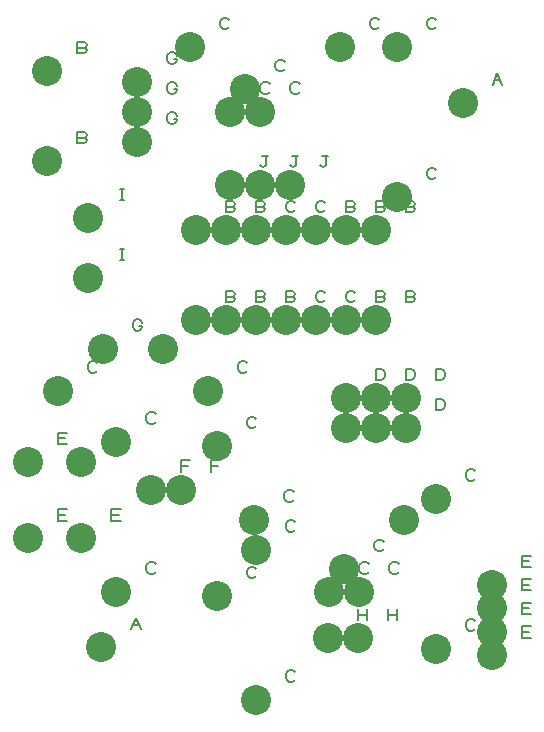
<source format=gbr>
G04 DesignSpark PCB Gerber Version 10.0 Build 5299*
%FSLAX34Y34*%
%MOIN*%
%ADD10C,0.00500*%
%ADD28C,0.10000*%
X0Y0D02*
D02*
D10*
X3885Y8339D02*
Y8714D01*
X4198D01*
X4135Y8526D02*
X3885D01*
Y8339D02*
X4198D01*
X3885Y10899D02*
Y11274D01*
X4198D01*
X4135Y11086D02*
X3885D01*
Y10899D02*
X4198D01*
X4744Y21106D02*
X4806Y21075D01*
X4838Y21013D01*
X4806Y20950D01*
X4744Y20919D01*
X4525D01*
Y21294D01*
X4744D01*
X4806Y21263D01*
X4838Y21200D01*
X4806Y21138D01*
X4744Y21106D01*
X4525D01*
X4744Y24106D02*
X4806Y24075D01*
X4838Y24013D01*
X4806Y23950D01*
X4744Y23919D01*
X4525D01*
Y24294D01*
X4744D01*
X4806Y24263D01*
X4838Y24200D01*
X4806Y24138D01*
X4744Y24106D01*
X4525D01*
X5188Y13331D02*
X5156Y13300D01*
X5094Y13269D01*
X5000D01*
X4938Y13300D01*
X4906Y13331D01*
X4875Y13394D01*
Y13519D01*
X4906Y13581D01*
X4938Y13613D01*
X5000Y13644D01*
X5094D01*
X5156Y13613D01*
X5188Y13581D01*
X5665Y8339D02*
Y8714D01*
X5978D01*
X5915Y8526D02*
X5665D01*
Y8339D02*
X5978D01*
X5665Y10899D02*
Y11274D01*
X5978D01*
X5915Y11086D02*
X5665D01*
Y10899D02*
X5978D01*
X5969Y17019D02*
X6094D01*
X6031D02*
Y17394D01*
X5969D02*
X6094D01*
X5969Y19019D02*
X6094D01*
X6031D02*
Y19394D01*
X5969D02*
X6094D01*
X6325Y4719D02*
X6481Y5094D01*
X6638Y4719D01*
X6388Y4875D02*
X6575D01*
X6594Y14825D02*
X6688D01*
Y14794D01*
X6656Y14731D01*
X6625Y14700D01*
X6563Y14669D01*
X6500D01*
X6438Y14700D01*
X6406Y14731D01*
X6375Y14794D01*
Y14919D01*
X6406Y14981D01*
X6438Y15013D01*
X6500Y15044D01*
X6563D01*
X6625Y15013D01*
X6656Y14981D01*
X6688Y14919D01*
X7138Y6631D02*
X7106Y6600D01*
X7044Y6569D01*
X6950D01*
X6888Y6600D01*
X6856Y6631D01*
X6825Y6694D01*
Y6819D01*
X6856Y6881D01*
X6888Y6913D01*
X6950Y6944D01*
X7044D01*
X7106Y6913D01*
X7138Y6881D01*
Y11631D02*
X7106Y11600D01*
X7044Y11569D01*
X6950D01*
X6888Y11600D01*
X6856Y11631D01*
X6825Y11694D01*
Y11819D01*
X6856Y11881D01*
X6888Y11913D01*
X6950Y11944D01*
X7044D01*
X7106Y11913D01*
X7138Y11881D01*
X7744Y21725D02*
X7838D01*
Y21694D01*
X7806Y21631D01*
X7775Y21600D01*
X7713Y21569D01*
X7650D01*
X7588Y21600D01*
X7556Y21631D01*
X7525Y21694D01*
Y21819D01*
X7556Y21881D01*
X7588Y21913D01*
X7650Y21944D01*
X7713D01*
X7775Y21913D01*
X7806Y21881D01*
X7838Y21819D01*
X7744Y22725D02*
X7838D01*
Y22694D01*
X7806Y22631D01*
X7775Y22600D01*
X7713Y22569D01*
X7650D01*
X7588Y22600D01*
X7556Y22631D01*
X7525Y22694D01*
Y22819D01*
X7556Y22881D01*
X7588Y22913D01*
X7650Y22944D01*
X7713D01*
X7775Y22913D01*
X7806Y22881D01*
X7838Y22819D01*
X7744Y23725D02*
X7838D01*
Y23694D01*
X7806Y23631D01*
X7775Y23600D01*
X7713Y23569D01*
X7650D01*
X7588Y23600D01*
X7556Y23631D01*
X7525Y23694D01*
Y23819D01*
X7556Y23881D01*
X7588Y23913D01*
X7650Y23944D01*
X7713D01*
X7775Y23913D01*
X7806Y23881D01*
X7838Y23819D01*
X7975Y9969D02*
Y10344D01*
X8288D01*
X8225Y10156D02*
X7975D01*
X8594Y14825D02*
X8688D01*
Y14794D01*
X8656Y14731D01*
X8625Y14700D01*
X8563Y14669D01*
X8500D01*
X8438Y14700D01*
X8406Y14731D01*
X8375Y14794D01*
Y14919D01*
X8406Y14981D01*
X8438Y15013D01*
X8500Y15044D01*
X8563D01*
X8625Y15013D01*
X8656Y14981D01*
X8688Y14919D01*
X8975Y9969D02*
Y10344D01*
X9288D01*
X9225Y10156D02*
X8975D01*
X9588Y24781D02*
X9556Y24750D01*
X9494Y24719D01*
X9400D01*
X9338Y24750D01*
X9306Y24781D01*
X9275Y24844D01*
Y24969D01*
X9306Y25031D01*
X9338Y25063D01*
X9400Y25094D01*
X9494D01*
X9556Y25063D01*
X9588Y25031D01*
X9694Y15806D02*
X9756Y15775D01*
X9788Y15713D01*
X9756Y15650D01*
X9694Y15619D01*
X9475D01*
Y15994D01*
X9694D01*
X9756Y15963D01*
X9788Y15900D01*
X9756Y15838D01*
X9694Y15806D01*
X9475D01*
X9694Y18806D02*
X9756Y18775D01*
X9788Y18713D01*
X9756Y18650D01*
X9694Y18619D01*
X9475D01*
Y18994D01*
X9694D01*
X9756Y18963D01*
X9788Y18900D01*
X9756Y18838D01*
X9694Y18806D01*
X9475D01*
X10188Y13331D02*
X10156Y13300D01*
X10094Y13269D01*
X10000D01*
X9938Y13300D01*
X9906Y13331D01*
X9875Y13394D01*
Y13519D01*
X9906Y13581D01*
X9938Y13613D01*
X10000Y13644D01*
X10094D01*
X10156Y13613D01*
X10188Y13581D01*
X10488Y6481D02*
X10456Y6450D01*
X10394Y6419D01*
X10300D01*
X10238Y6450D01*
X10206Y6481D01*
X10175Y6544D01*
Y6669D01*
X10206Y6731D01*
X10238Y6763D01*
X10300Y6794D01*
X10394D01*
X10456Y6763D01*
X10488Y6731D01*
Y11481D02*
X10456Y11450D01*
X10394Y11419D01*
X10300D01*
X10238Y11450D01*
X10206Y11481D01*
X10175Y11544D01*
Y11669D01*
X10206Y11731D01*
X10238Y11763D01*
X10300Y11794D01*
X10394D01*
X10456Y11763D01*
X10488Y11731D01*
X10694Y15806D02*
X10756Y15775D01*
X10788Y15713D01*
X10756Y15650D01*
X10694Y15619D01*
X10475D01*
Y15994D01*
X10694D01*
X10756Y15963D01*
X10788Y15900D01*
X10756Y15838D01*
X10694Y15806D01*
X10475D01*
X10694Y18806D02*
X10756Y18775D01*
X10788Y18713D01*
X10756Y18650D01*
X10694Y18619D01*
X10475D01*
Y18994D01*
X10694D01*
X10756Y18963D01*
X10788Y18900D01*
X10756Y18838D01*
X10694Y18806D01*
X10475D01*
X10625Y20181D02*
X10656Y20150D01*
X10719Y20119D01*
X10781Y20150D01*
X10813Y20181D01*
Y20494D01*
X10875D01*
X10813D02*
X10688D01*
X10938Y22631D02*
X10906Y22600D01*
X10844Y22569D01*
X10750D01*
X10688Y22600D01*
X10656Y22631D01*
X10625Y22694D01*
Y22819D01*
X10656Y22881D01*
X10688Y22913D01*
X10750Y22944D01*
X10844D01*
X10906Y22913D01*
X10938Y22881D01*
X11438Y23381D02*
X11406Y23350D01*
X11344Y23319D01*
X11250D01*
X11188Y23350D01*
X11156Y23381D01*
X11125Y23444D01*
Y23569D01*
X11156Y23631D01*
X11188Y23663D01*
X11250Y23694D01*
X11344D01*
X11406Y23663D01*
X11438Y23631D01*
X11738Y9031D02*
X11706Y9000D01*
X11644Y8969D01*
X11550D01*
X11488Y9000D01*
X11456Y9031D01*
X11425Y9094D01*
Y9219D01*
X11456Y9281D01*
X11488Y9313D01*
X11550Y9344D01*
X11644D01*
X11706Y9313D01*
X11738Y9281D01*
X11788Y3031D02*
X11756Y3000D01*
X11694Y2969D01*
X11600D01*
X11538Y3000D01*
X11506Y3031D01*
X11475Y3094D01*
Y3219D01*
X11506Y3281D01*
X11538Y3313D01*
X11600Y3344D01*
X11694D01*
X11756Y3313D01*
X11788Y3281D01*
Y8031D02*
X11756Y8000D01*
X11694Y7969D01*
X11600D01*
X11538Y8000D01*
X11506Y8031D01*
X11475Y8094D01*
Y8219D01*
X11506Y8281D01*
X11538Y8313D01*
X11600Y8344D01*
X11694D01*
X11756Y8313D01*
X11788Y8281D01*
X11694Y15806D02*
X11756Y15775D01*
X11788Y15713D01*
X11756Y15650D01*
X11694Y15619D01*
X11475D01*
Y15994D01*
X11694D01*
X11756Y15963D01*
X11788Y15900D01*
X11756Y15838D01*
X11694Y15806D01*
X11475D01*
X11788Y18681D02*
X11756Y18650D01*
X11694Y18619D01*
X11600D01*
X11538Y18650D01*
X11506Y18681D01*
X11475Y18744D01*
Y18869D01*
X11506Y18931D01*
X11538Y18963D01*
X11600Y18994D01*
X11694D01*
X11756Y18963D01*
X11788Y18931D01*
X11625Y20181D02*
X11656Y20150D01*
X11719Y20119D01*
X11781Y20150D01*
X11813Y20181D01*
Y20494D01*
X11875D01*
X11813D02*
X11688D01*
X11938Y22631D02*
X11906Y22600D01*
X11844Y22569D01*
X11750D01*
X11688Y22600D01*
X11656Y22631D01*
X11625Y22694D01*
Y22819D01*
X11656Y22881D01*
X11688Y22913D01*
X11750Y22944D01*
X11844D01*
X11906Y22913D01*
X11938Y22881D01*
X12788Y15681D02*
X12756Y15650D01*
X12694Y15619D01*
X12600D01*
X12538Y15650D01*
X12506Y15681D01*
X12475Y15744D01*
Y15869D01*
X12506Y15931D01*
X12538Y15963D01*
X12600Y15994D01*
X12694D01*
X12756Y15963D01*
X12788Y15931D01*
Y18681D02*
X12756Y18650D01*
X12694Y18619D01*
X12600D01*
X12538Y18650D01*
X12506Y18681D01*
X12475Y18744D01*
Y18869D01*
X12506Y18931D01*
X12538Y18963D01*
X12600Y18994D01*
X12694D01*
X12756Y18963D01*
X12788Y18931D01*
X12625Y20181D02*
X12656Y20150D01*
X12719Y20119D01*
X12781Y20150D01*
X12813Y20181D01*
Y20494D01*
X12875D01*
X12813D02*
X12688D01*
X13788Y15681D02*
X13756Y15650D01*
X13694Y15619D01*
X13600D01*
X13538Y15650D01*
X13506Y15681D01*
X13475Y15744D01*
Y15869D01*
X13506Y15931D01*
X13538Y15963D01*
X13600Y15994D01*
X13694D01*
X13756Y15963D01*
X13788Y15931D01*
X13694Y18806D02*
X13756Y18775D01*
X13788Y18713D01*
X13756Y18650D01*
X13694Y18619D01*
X13475D01*
Y18994D01*
X13694D01*
X13756Y18963D01*
X13788Y18900D01*
X13756Y18838D01*
X13694Y18806D01*
X13475D01*
X13875Y5019D02*
Y5394D01*
Y5206D02*
X14188D01*
Y5019D02*
Y5394D01*
X14238Y6631D02*
X14206Y6600D01*
X14144Y6569D01*
X14050D01*
X13988Y6600D01*
X13956Y6631D01*
X13925Y6694D01*
Y6819D01*
X13956Y6881D01*
X13988Y6913D01*
X14050Y6944D01*
X14144D01*
X14206Y6913D01*
X14238Y6881D01*
X14588Y24781D02*
X14556Y24750D01*
X14494Y24719D01*
X14400D01*
X14338Y24750D01*
X14306Y24781D01*
X14275Y24844D01*
Y24969D01*
X14306Y25031D01*
X14338Y25063D01*
X14400Y25094D01*
X14494D01*
X14556Y25063D01*
X14588Y25031D01*
X14738Y7381D02*
X14706Y7350D01*
X14644Y7319D01*
X14550D01*
X14488Y7350D01*
X14456Y7381D01*
X14425Y7444D01*
Y7569D01*
X14456Y7631D01*
X14488Y7663D01*
X14550Y7694D01*
X14644D01*
X14706Y7663D01*
X14738Y7631D01*
X14475Y12019D02*
Y12394D01*
X14663D01*
X14725Y12363D01*
X14756Y12331D01*
X14788Y12269D01*
Y12144D01*
X14756Y12081D01*
X14725Y12050D01*
X14663Y12019D01*
X14475D01*
Y13019D02*
Y13394D01*
X14663D01*
X14725Y13363D01*
X14756Y13331D01*
X14788Y13269D01*
Y13144D01*
X14756Y13081D01*
X14725Y13050D01*
X14663Y13019D01*
X14475D01*
X14694Y15806D02*
X14756Y15775D01*
X14788Y15713D01*
X14756Y15650D01*
X14694Y15619D01*
X14475D01*
Y15994D01*
X14694D01*
X14756Y15963D01*
X14788Y15900D01*
X14756Y15838D01*
X14694Y15806D01*
X14475D01*
X14694Y18806D02*
X14756Y18775D01*
X14788Y18713D01*
X14756Y18650D01*
X14694Y18619D01*
X14475D01*
Y18994D01*
X14694D01*
X14756Y18963D01*
X14788Y18900D01*
X14756Y18838D01*
X14694Y18806D01*
X14475D01*
X14875Y5019D02*
Y5394D01*
Y5206D02*
X15188D01*
Y5019D02*
Y5394D01*
X15238Y6631D02*
X15206Y6600D01*
X15144Y6569D01*
X15050D01*
X14988Y6600D01*
X14956Y6631D01*
X14925Y6694D01*
Y6819D01*
X14956Y6881D01*
X14988Y6913D01*
X15050Y6944D01*
X15144D01*
X15206Y6913D01*
X15238Y6881D01*
X15475Y12019D02*
Y12394D01*
X15663D01*
X15725Y12363D01*
X15756Y12331D01*
X15788Y12269D01*
Y12144D01*
X15756Y12081D01*
X15725Y12050D01*
X15663Y12019D01*
X15475D01*
Y13019D02*
Y13394D01*
X15663D01*
X15725Y13363D01*
X15756Y13331D01*
X15788Y13269D01*
Y13144D01*
X15756Y13081D01*
X15725Y13050D01*
X15663Y13019D01*
X15475D01*
X15694Y15806D02*
X15756Y15775D01*
X15788Y15713D01*
X15756Y15650D01*
X15694Y15619D01*
X15475D01*
Y15994D01*
X15694D01*
X15756Y15963D01*
X15788Y15900D01*
X15756Y15838D01*
X15694Y15806D01*
X15475D01*
X15694Y18806D02*
X15756Y18775D01*
X15788Y18713D01*
X15756Y18650D01*
X15694Y18619D01*
X15475D01*
Y18994D01*
X15694D01*
X15756Y18963D01*
X15788Y18900D01*
X15756Y18838D01*
X15694Y18806D01*
X15475D01*
X16488Y19781D02*
X16456Y19750D01*
X16394Y19719D01*
X16300D01*
X16238Y19750D01*
X16206Y19781D01*
X16175Y19844D01*
Y19969D01*
X16206Y20031D01*
X16238Y20063D01*
X16300Y20094D01*
X16394D01*
X16456Y20063D01*
X16488Y20031D01*
Y24781D02*
X16456Y24750D01*
X16394Y24719D01*
X16300D01*
X16238Y24750D01*
X16206Y24781D01*
X16175Y24844D01*
Y24969D01*
X16206Y25031D01*
X16238Y25063D01*
X16300Y25094D01*
X16394D01*
X16456Y25063D01*
X16488Y25031D01*
X16738Y9031D02*
X16706Y9000D01*
X16644Y8969D01*
X16550D01*
X16488Y9000D01*
X16456Y9031D01*
X16425Y9094D01*
Y9219D01*
X16456Y9281D01*
X16488Y9313D01*
X16550Y9344D01*
X16644D01*
X16706Y9313D01*
X16738Y9281D01*
X16475Y12019D02*
Y12394D01*
X16663D01*
X16725Y12363D01*
X16756Y12331D01*
X16788Y12269D01*
Y12144D01*
X16756Y12081D01*
X16725Y12050D01*
X16663Y12019D01*
X16475D01*
Y13019D02*
Y13394D01*
X16663D01*
X16725Y13363D01*
X16756Y13331D01*
X16788Y13269D01*
Y13144D01*
X16756Y13081D01*
X16725Y13050D01*
X16663Y13019D01*
X16475D01*
X17788Y4731D02*
X17756Y4700D01*
X17694Y4669D01*
X17600D01*
X17538Y4700D01*
X17506Y4731D01*
X17475Y4794D01*
Y4919D01*
X17506Y4981D01*
X17538Y5013D01*
X17600Y5044D01*
X17694D01*
X17756Y5013D01*
X17788Y4981D01*
Y9731D02*
X17756Y9700D01*
X17694Y9669D01*
X17600D01*
X17538Y9700D01*
X17506Y9731D01*
X17475Y9794D01*
Y9919D01*
X17506Y9981D01*
X17538Y10013D01*
X17600Y10044D01*
X17694D01*
X17756Y10013D01*
X17788Y9981D01*
X18375Y22869D02*
X18531Y23244D01*
X18688Y22869D01*
X18438Y23025D02*
X18625D01*
X19336Y4438D02*
Y4813D01*
X19648D01*
X19586Y4625D02*
X19336D01*
Y4438D02*
X19648D01*
X19336Y5225D02*
Y5600D01*
X19648D01*
X19586Y5413D02*
X19336D01*
Y5225D02*
X19648D01*
X19336Y6012D02*
Y6387D01*
X19648D01*
X19586Y6200D02*
X19336D01*
Y6012D02*
X19648D01*
X19336Y6800D02*
Y7175D01*
X19648D01*
X19586Y6987D02*
X19336D01*
Y6800D02*
X19648D01*
D02*
D28*
X2885Y7745D03*
Y10305D03*
X3525Y20325D03*
Y23325D03*
X3875Y12675D03*
X4665Y7745D03*
Y10305D03*
X4875Y16425D03*
Y18425D03*
X5325Y4125D03*
X5375Y14075D03*
X5825Y5975D03*
Y10975D03*
X6525Y20975D03*
Y21975D03*
Y22975D03*
X6975Y9375D03*
X7375Y14075D03*
X7975Y9375D03*
X8275Y24125D03*
X8475Y15025D03*
Y18025D03*
X8875Y12675D03*
X9175Y5825D03*
Y10825D03*
X9475Y15025D03*
Y18025D03*
X9625Y19525D03*
Y21975D03*
X10125Y22725D03*
X10425Y8375D03*
X10475Y2375D03*
Y7375D03*
Y15025D03*
Y18025D03*
X10625Y19525D03*
Y21975D03*
X11475Y15025D03*
Y18025D03*
X11625Y19525D03*
X12475Y15025D03*
Y18025D03*
X12875Y4425D03*
X12925Y5975D03*
X13275Y24125D03*
X13425Y6725D03*
X13475Y11425D03*
Y12425D03*
Y15025D03*
Y18025D03*
X13875Y4425D03*
X13925Y5975D03*
X14475Y11425D03*
Y12425D03*
Y15025D03*
Y18025D03*
X15175Y19125D03*
Y24125D03*
X15425Y8375D03*
X15475Y11425D03*
Y12425D03*
X16475Y4075D03*
Y9075D03*
X17375Y22275D03*
X18336Y3844D03*
Y4631D03*
Y5419D03*
Y6206D03*
X0Y0D02*
M02*

</source>
